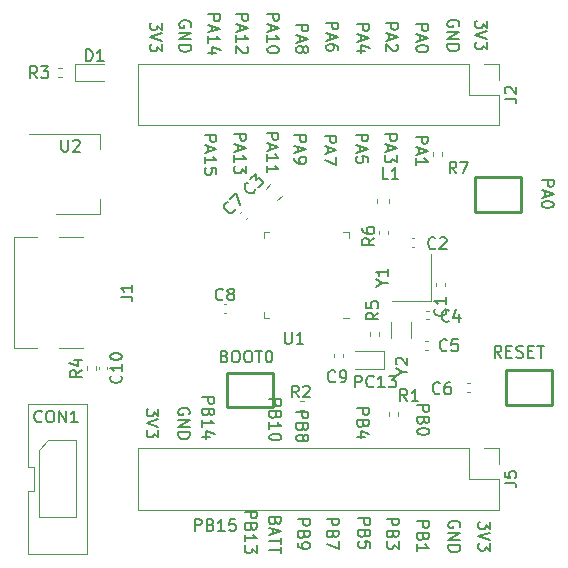
<source format=gbr>
G04 #@! TF.GenerationSoftware,KiCad,Pcbnew,(5.1.10-1-10_14)*
G04 #@! TF.CreationDate,2021-08-26T00:22:11+08:00*
G04 #@! TF.ProjectId,stm32f401_devboard,73746d33-3266-4343-9031-5f646576626f,rev?*
G04 #@! TF.SameCoordinates,Original*
G04 #@! TF.FileFunction,Legend,Top*
G04 #@! TF.FilePolarity,Positive*
%FSLAX46Y46*%
G04 Gerber Fmt 4.6, Leading zero omitted, Abs format (unit mm)*
G04 Created by KiCad (PCBNEW (5.1.10-1-10_14)) date 2021-08-26 00:22:11*
%MOMM*%
%LPD*%
G01*
G04 APERTURE LIST*
%ADD10C,0.150000*%
%ADD11C,0.120000*%
%ADD12C,0.254000*%
G04 APERTURE END LIST*
D10*
X124157619Y-105561904D02*
X125157619Y-105561904D01*
X125157619Y-105942857D01*
X125110000Y-106038095D01*
X125062380Y-106085714D01*
X124967142Y-106133333D01*
X124824285Y-106133333D01*
X124729047Y-106085714D01*
X124681428Y-106038095D01*
X124633809Y-105942857D01*
X124633809Y-105561904D01*
X124681428Y-106895238D02*
X124633809Y-107038095D01*
X124586190Y-107085714D01*
X124490952Y-107133333D01*
X124348095Y-107133333D01*
X124252857Y-107085714D01*
X124205238Y-107038095D01*
X124157619Y-106942857D01*
X124157619Y-106561904D01*
X125157619Y-106561904D01*
X125157619Y-106895238D01*
X125110000Y-106990476D01*
X125062380Y-107038095D01*
X124967142Y-107085714D01*
X124871904Y-107085714D01*
X124776666Y-107038095D01*
X124729047Y-106990476D01*
X124681428Y-106895238D01*
X124681428Y-106561904D01*
X124729047Y-107704761D02*
X124776666Y-107609523D01*
X124824285Y-107561904D01*
X124919523Y-107514285D01*
X124967142Y-107514285D01*
X125062380Y-107561904D01*
X125110000Y-107609523D01*
X125157619Y-107704761D01*
X125157619Y-107895238D01*
X125110000Y-107990476D01*
X125062380Y-108038095D01*
X124967142Y-108085714D01*
X124919523Y-108085714D01*
X124824285Y-108038095D01*
X124776666Y-107990476D01*
X124729047Y-107895238D01*
X124729047Y-107704761D01*
X124681428Y-107609523D01*
X124633809Y-107561904D01*
X124538571Y-107514285D01*
X124348095Y-107514285D01*
X124252857Y-107561904D01*
X124205238Y-107609523D01*
X124157619Y-107704761D01*
X124157619Y-107895238D01*
X124205238Y-107990476D01*
X124252857Y-108038095D01*
X124348095Y-108085714D01*
X124538571Y-108085714D01*
X124633809Y-108038095D01*
X124681428Y-107990476D01*
X124729047Y-107895238D01*
X122371428Y-114860952D02*
X122323809Y-115003809D01*
X122276190Y-115051428D01*
X122180952Y-115099047D01*
X122038095Y-115099047D01*
X121942857Y-115051428D01*
X121895238Y-115003809D01*
X121847619Y-114908571D01*
X121847619Y-114527619D01*
X122847619Y-114527619D01*
X122847619Y-114860952D01*
X122800000Y-114956190D01*
X122752380Y-115003809D01*
X122657142Y-115051428D01*
X122561904Y-115051428D01*
X122466666Y-115003809D01*
X122419047Y-114956190D01*
X122371428Y-114860952D01*
X122371428Y-114527619D01*
X122133333Y-115480000D02*
X122133333Y-115956190D01*
X121847619Y-115384761D02*
X122847619Y-115718095D01*
X121847619Y-116051428D01*
X122847619Y-116241904D02*
X122847619Y-116813333D01*
X121847619Y-116527619D02*
X122847619Y-116527619D01*
X122847619Y-117003809D02*
X122847619Y-117575238D01*
X121847619Y-117289523D02*
X122847619Y-117289523D01*
X129115714Y-103522380D02*
X129115714Y-102522380D01*
X129496666Y-102522380D01*
X129591904Y-102570000D01*
X129639523Y-102617619D01*
X129687142Y-102712857D01*
X129687142Y-102855714D01*
X129639523Y-102950952D01*
X129591904Y-102998571D01*
X129496666Y-103046190D01*
X129115714Y-103046190D01*
X130687142Y-103427142D02*
X130639523Y-103474761D01*
X130496666Y-103522380D01*
X130401428Y-103522380D01*
X130258571Y-103474761D01*
X130163333Y-103379523D01*
X130115714Y-103284285D01*
X130068095Y-103093809D01*
X130068095Y-102950952D01*
X130115714Y-102760476D01*
X130163333Y-102665238D01*
X130258571Y-102570000D01*
X130401428Y-102522380D01*
X130496666Y-102522380D01*
X130639523Y-102570000D01*
X130687142Y-102617619D01*
X131639523Y-103522380D02*
X131068095Y-103522380D01*
X131353809Y-103522380D02*
X131353809Y-102522380D01*
X131258571Y-102665238D01*
X131163333Y-102760476D01*
X131068095Y-102808095D01*
X131972857Y-102522380D02*
X132591904Y-102522380D01*
X132258571Y-102903333D01*
X132401428Y-102903333D01*
X132496666Y-102950952D01*
X132544285Y-102998571D01*
X132591904Y-103093809D01*
X132591904Y-103331904D01*
X132544285Y-103427142D01*
X132496666Y-103474761D01*
X132401428Y-103522380D01*
X132115714Y-103522380D01*
X132020476Y-103474761D01*
X131972857Y-103427142D01*
X119787619Y-114035714D02*
X120787619Y-114035714D01*
X120787619Y-114416666D01*
X120740000Y-114511904D01*
X120692380Y-114559523D01*
X120597142Y-114607142D01*
X120454285Y-114607142D01*
X120359047Y-114559523D01*
X120311428Y-114511904D01*
X120263809Y-114416666D01*
X120263809Y-114035714D01*
X120311428Y-115369047D02*
X120263809Y-115511904D01*
X120216190Y-115559523D01*
X120120952Y-115607142D01*
X119978095Y-115607142D01*
X119882857Y-115559523D01*
X119835238Y-115511904D01*
X119787619Y-115416666D01*
X119787619Y-115035714D01*
X120787619Y-115035714D01*
X120787619Y-115369047D01*
X120740000Y-115464285D01*
X120692380Y-115511904D01*
X120597142Y-115559523D01*
X120501904Y-115559523D01*
X120406666Y-115511904D01*
X120359047Y-115464285D01*
X120311428Y-115369047D01*
X120311428Y-115035714D01*
X119787619Y-116559523D02*
X119787619Y-115988095D01*
X119787619Y-116273809D02*
X120787619Y-116273809D01*
X120644761Y-116178571D01*
X120549523Y-116083333D01*
X120501904Y-115988095D01*
X120787619Y-116892857D02*
X120787619Y-117511904D01*
X120406666Y-117178571D01*
X120406666Y-117321428D01*
X120359047Y-117416666D01*
X120311428Y-117464285D01*
X120216190Y-117511904D01*
X119978095Y-117511904D01*
X119882857Y-117464285D01*
X119835238Y-117416666D01*
X119787619Y-117321428D01*
X119787619Y-117035714D01*
X119835238Y-116940476D01*
X119882857Y-116892857D01*
X126717619Y-114641904D02*
X127717619Y-114641904D01*
X127717619Y-115022857D01*
X127670000Y-115118095D01*
X127622380Y-115165714D01*
X127527142Y-115213333D01*
X127384285Y-115213333D01*
X127289047Y-115165714D01*
X127241428Y-115118095D01*
X127193809Y-115022857D01*
X127193809Y-114641904D01*
X127241428Y-115975238D02*
X127193809Y-116118095D01*
X127146190Y-116165714D01*
X127050952Y-116213333D01*
X126908095Y-116213333D01*
X126812857Y-116165714D01*
X126765238Y-116118095D01*
X126717619Y-116022857D01*
X126717619Y-115641904D01*
X127717619Y-115641904D01*
X127717619Y-115975238D01*
X127670000Y-116070476D01*
X127622380Y-116118095D01*
X127527142Y-116165714D01*
X127431904Y-116165714D01*
X127336666Y-116118095D01*
X127289047Y-116070476D01*
X127241428Y-115975238D01*
X127241428Y-115641904D01*
X127717619Y-116546666D02*
X127717619Y-117213333D01*
X126717619Y-116784761D01*
X131797619Y-114641904D02*
X132797619Y-114641904D01*
X132797619Y-115022857D01*
X132750000Y-115118095D01*
X132702380Y-115165714D01*
X132607142Y-115213333D01*
X132464285Y-115213333D01*
X132369047Y-115165714D01*
X132321428Y-115118095D01*
X132273809Y-115022857D01*
X132273809Y-114641904D01*
X132321428Y-115975238D02*
X132273809Y-116118095D01*
X132226190Y-116165714D01*
X132130952Y-116213333D01*
X131988095Y-116213333D01*
X131892857Y-116165714D01*
X131845238Y-116118095D01*
X131797619Y-116022857D01*
X131797619Y-115641904D01*
X132797619Y-115641904D01*
X132797619Y-115975238D01*
X132750000Y-116070476D01*
X132702380Y-116118095D01*
X132607142Y-116165714D01*
X132511904Y-116165714D01*
X132416666Y-116118095D01*
X132369047Y-116070476D01*
X132321428Y-115975238D01*
X132321428Y-115641904D01*
X132797619Y-116546666D02*
X132797619Y-117165714D01*
X132416666Y-116832380D01*
X132416666Y-116975238D01*
X132369047Y-117070476D01*
X132321428Y-117118095D01*
X132226190Y-117165714D01*
X131988095Y-117165714D01*
X131892857Y-117118095D01*
X131845238Y-117070476D01*
X131797619Y-116975238D01*
X131797619Y-116689523D01*
X131845238Y-116594285D01*
X131892857Y-116546666D01*
X116377619Y-82167142D02*
X117377619Y-82167142D01*
X117377619Y-82548095D01*
X117330000Y-82643333D01*
X117282380Y-82690952D01*
X117187142Y-82738571D01*
X117044285Y-82738571D01*
X116949047Y-82690952D01*
X116901428Y-82643333D01*
X116853809Y-82548095D01*
X116853809Y-82167142D01*
X116663333Y-83119523D02*
X116663333Y-83595714D01*
X116377619Y-83024285D02*
X117377619Y-83357619D01*
X116377619Y-83690952D01*
X116377619Y-84548095D02*
X116377619Y-83976666D01*
X116377619Y-84262380D02*
X117377619Y-84262380D01*
X117234761Y-84167142D01*
X117139523Y-84071904D01*
X117091904Y-83976666D01*
X117377619Y-85452857D02*
X117377619Y-84976666D01*
X116901428Y-84929047D01*
X116949047Y-84976666D01*
X116996666Y-85071904D01*
X116996666Y-85310000D01*
X116949047Y-85405238D01*
X116901428Y-85452857D01*
X116806190Y-85500476D01*
X116568095Y-85500476D01*
X116472857Y-85452857D01*
X116425238Y-85405238D01*
X116377619Y-85310000D01*
X116377619Y-85071904D01*
X116425238Y-84976666D01*
X116472857Y-84929047D01*
X118897619Y-82047142D02*
X119897619Y-82047142D01*
X119897619Y-82428095D01*
X119850000Y-82523333D01*
X119802380Y-82570952D01*
X119707142Y-82618571D01*
X119564285Y-82618571D01*
X119469047Y-82570952D01*
X119421428Y-82523333D01*
X119373809Y-82428095D01*
X119373809Y-82047142D01*
X119183333Y-82999523D02*
X119183333Y-83475714D01*
X118897619Y-82904285D02*
X119897619Y-83237619D01*
X118897619Y-83570952D01*
X118897619Y-84428095D02*
X118897619Y-83856666D01*
X118897619Y-84142380D02*
X119897619Y-84142380D01*
X119754761Y-84047142D01*
X119659523Y-83951904D01*
X119611904Y-83856666D01*
X119897619Y-84761428D02*
X119897619Y-85380476D01*
X119516666Y-85047142D01*
X119516666Y-85190000D01*
X119469047Y-85285238D01*
X119421428Y-85332857D01*
X119326190Y-85380476D01*
X119088095Y-85380476D01*
X118992857Y-85332857D01*
X118945238Y-85285238D01*
X118897619Y-85190000D01*
X118897619Y-84904285D01*
X118945238Y-84809047D01*
X118992857Y-84761428D01*
X121627619Y-81977142D02*
X122627619Y-81977142D01*
X122627619Y-82358095D01*
X122580000Y-82453333D01*
X122532380Y-82500952D01*
X122437142Y-82548571D01*
X122294285Y-82548571D01*
X122199047Y-82500952D01*
X122151428Y-82453333D01*
X122103809Y-82358095D01*
X122103809Y-81977142D01*
X121913333Y-82929523D02*
X121913333Y-83405714D01*
X121627619Y-82834285D02*
X122627619Y-83167619D01*
X121627619Y-83500952D01*
X121627619Y-84358095D02*
X121627619Y-83786666D01*
X121627619Y-84072380D02*
X122627619Y-84072380D01*
X122484761Y-83977142D01*
X122389523Y-83881904D01*
X122341904Y-83786666D01*
X121627619Y-85310476D02*
X121627619Y-84739047D01*
X121627619Y-85024761D02*
X122627619Y-85024761D01*
X122484761Y-84929523D01*
X122389523Y-84834285D01*
X122341904Y-84739047D01*
X123987619Y-82183333D02*
X124987619Y-82183333D01*
X124987619Y-82564285D01*
X124940000Y-82659523D01*
X124892380Y-82707142D01*
X124797142Y-82754761D01*
X124654285Y-82754761D01*
X124559047Y-82707142D01*
X124511428Y-82659523D01*
X124463809Y-82564285D01*
X124463809Y-82183333D01*
X124273333Y-83135714D02*
X124273333Y-83611904D01*
X123987619Y-83040476D02*
X124987619Y-83373809D01*
X123987619Y-83707142D01*
X123987619Y-84088095D02*
X123987619Y-84278571D01*
X124035238Y-84373809D01*
X124082857Y-84421428D01*
X124225714Y-84516666D01*
X124416190Y-84564285D01*
X124797142Y-84564285D01*
X124892380Y-84516666D01*
X124940000Y-84469047D01*
X124987619Y-84373809D01*
X124987619Y-84183333D01*
X124940000Y-84088095D01*
X124892380Y-84040476D01*
X124797142Y-83992857D01*
X124559047Y-83992857D01*
X124463809Y-84040476D01*
X124416190Y-84088095D01*
X124368571Y-84183333D01*
X124368571Y-84373809D01*
X124416190Y-84469047D01*
X124463809Y-84516666D01*
X124559047Y-84564285D01*
X126537619Y-82243333D02*
X127537619Y-82243333D01*
X127537619Y-82624285D01*
X127490000Y-82719523D01*
X127442380Y-82767142D01*
X127347142Y-82814761D01*
X127204285Y-82814761D01*
X127109047Y-82767142D01*
X127061428Y-82719523D01*
X127013809Y-82624285D01*
X127013809Y-82243333D01*
X126823333Y-83195714D02*
X126823333Y-83671904D01*
X126537619Y-83100476D02*
X127537619Y-83433809D01*
X126537619Y-83767142D01*
X127537619Y-84005238D02*
X127537619Y-84671904D01*
X126537619Y-84243333D01*
X129207619Y-82123333D02*
X130207619Y-82123333D01*
X130207619Y-82504285D01*
X130160000Y-82599523D01*
X130112380Y-82647142D01*
X130017142Y-82694761D01*
X129874285Y-82694761D01*
X129779047Y-82647142D01*
X129731428Y-82599523D01*
X129683809Y-82504285D01*
X129683809Y-82123333D01*
X129493333Y-83075714D02*
X129493333Y-83551904D01*
X129207619Y-82980476D02*
X130207619Y-83313809D01*
X129207619Y-83647142D01*
X130207619Y-84456666D02*
X130207619Y-83980476D01*
X129731428Y-83932857D01*
X129779047Y-83980476D01*
X129826666Y-84075714D01*
X129826666Y-84313809D01*
X129779047Y-84409047D01*
X129731428Y-84456666D01*
X129636190Y-84504285D01*
X129398095Y-84504285D01*
X129302857Y-84456666D01*
X129255238Y-84409047D01*
X129207619Y-84313809D01*
X129207619Y-84075714D01*
X129255238Y-83980476D01*
X129302857Y-83932857D01*
X131627619Y-82093333D02*
X132627619Y-82093333D01*
X132627619Y-82474285D01*
X132580000Y-82569523D01*
X132532380Y-82617142D01*
X132437142Y-82664761D01*
X132294285Y-82664761D01*
X132199047Y-82617142D01*
X132151428Y-82569523D01*
X132103809Y-82474285D01*
X132103809Y-82093333D01*
X131913333Y-83045714D02*
X131913333Y-83521904D01*
X131627619Y-82950476D02*
X132627619Y-83283809D01*
X131627619Y-83617142D01*
X132627619Y-83855238D02*
X132627619Y-84474285D01*
X132246666Y-84140952D01*
X132246666Y-84283809D01*
X132199047Y-84379047D01*
X132151428Y-84426666D01*
X132056190Y-84474285D01*
X131818095Y-84474285D01*
X131722857Y-84426666D01*
X131675238Y-84379047D01*
X131627619Y-84283809D01*
X131627619Y-83998095D01*
X131675238Y-83902857D01*
X131722857Y-83855238D01*
X134267619Y-82303333D02*
X135267619Y-82303333D01*
X135267619Y-82684285D01*
X135220000Y-82779523D01*
X135172380Y-82827142D01*
X135077142Y-82874761D01*
X134934285Y-82874761D01*
X134839047Y-82827142D01*
X134791428Y-82779523D01*
X134743809Y-82684285D01*
X134743809Y-82303333D01*
X134553333Y-83255714D02*
X134553333Y-83731904D01*
X134267619Y-83160476D02*
X135267619Y-83493809D01*
X134267619Y-83827142D01*
X134267619Y-84684285D02*
X134267619Y-84112857D01*
X134267619Y-84398571D02*
X135267619Y-84398571D01*
X135124761Y-84303333D01*
X135029523Y-84208095D01*
X134981904Y-84112857D01*
X131717619Y-72693333D02*
X132717619Y-72693333D01*
X132717619Y-73074285D01*
X132670000Y-73169523D01*
X132622380Y-73217142D01*
X132527142Y-73264761D01*
X132384285Y-73264761D01*
X132289047Y-73217142D01*
X132241428Y-73169523D01*
X132193809Y-73074285D01*
X132193809Y-72693333D01*
X132003333Y-73645714D02*
X132003333Y-74121904D01*
X131717619Y-73550476D02*
X132717619Y-73883809D01*
X131717619Y-74217142D01*
X132622380Y-74502857D02*
X132670000Y-74550476D01*
X132717619Y-74645714D01*
X132717619Y-74883809D01*
X132670000Y-74979047D01*
X132622380Y-75026666D01*
X132527142Y-75074285D01*
X132431904Y-75074285D01*
X132289047Y-75026666D01*
X131717619Y-74455238D01*
X131717619Y-75074285D01*
X126687619Y-72633333D02*
X127687619Y-72633333D01*
X127687619Y-73014285D01*
X127640000Y-73109523D01*
X127592380Y-73157142D01*
X127497142Y-73204761D01*
X127354285Y-73204761D01*
X127259047Y-73157142D01*
X127211428Y-73109523D01*
X127163809Y-73014285D01*
X127163809Y-72633333D01*
X126973333Y-73585714D02*
X126973333Y-74061904D01*
X126687619Y-73490476D02*
X127687619Y-73823809D01*
X126687619Y-74157142D01*
X127687619Y-74919047D02*
X127687619Y-74728571D01*
X127640000Y-74633333D01*
X127592380Y-74585714D01*
X127449523Y-74490476D01*
X127259047Y-74442857D01*
X126878095Y-74442857D01*
X126782857Y-74490476D01*
X126735238Y-74538095D01*
X126687619Y-74633333D01*
X126687619Y-74823809D01*
X126735238Y-74919047D01*
X126782857Y-74966666D01*
X126878095Y-75014285D01*
X127116190Y-75014285D01*
X127211428Y-74966666D01*
X127259047Y-74919047D01*
X127306666Y-74823809D01*
X127306666Y-74633333D01*
X127259047Y-74538095D01*
X127211428Y-74490476D01*
X127116190Y-74442857D01*
X121687619Y-71887142D02*
X122687619Y-71887142D01*
X122687619Y-72268095D01*
X122640000Y-72363333D01*
X122592380Y-72410952D01*
X122497142Y-72458571D01*
X122354285Y-72458571D01*
X122259047Y-72410952D01*
X122211428Y-72363333D01*
X122163809Y-72268095D01*
X122163809Y-71887142D01*
X121973333Y-72839523D02*
X121973333Y-73315714D01*
X121687619Y-72744285D02*
X122687619Y-73077619D01*
X121687619Y-73410952D01*
X121687619Y-74268095D02*
X121687619Y-73696666D01*
X121687619Y-73982380D02*
X122687619Y-73982380D01*
X122544761Y-73887142D01*
X122449523Y-73791904D01*
X122401904Y-73696666D01*
X122687619Y-74887142D02*
X122687619Y-74982380D01*
X122640000Y-75077619D01*
X122592380Y-75125238D01*
X122497142Y-75172857D01*
X122306666Y-75220476D01*
X122068571Y-75220476D01*
X121878095Y-75172857D01*
X121782857Y-75125238D01*
X121735238Y-75077619D01*
X121687619Y-74982380D01*
X121687619Y-74887142D01*
X121735238Y-74791904D01*
X121782857Y-74744285D01*
X121878095Y-74696666D01*
X122068571Y-74649047D01*
X122306666Y-74649047D01*
X122497142Y-74696666D01*
X122592380Y-74744285D01*
X122640000Y-74791904D01*
X122687619Y-74887142D01*
X116677619Y-71947142D02*
X117677619Y-71947142D01*
X117677619Y-72328095D01*
X117630000Y-72423333D01*
X117582380Y-72470952D01*
X117487142Y-72518571D01*
X117344285Y-72518571D01*
X117249047Y-72470952D01*
X117201428Y-72423333D01*
X117153809Y-72328095D01*
X117153809Y-71947142D01*
X116963333Y-72899523D02*
X116963333Y-73375714D01*
X116677619Y-72804285D02*
X117677619Y-73137619D01*
X116677619Y-73470952D01*
X116677619Y-74328095D02*
X116677619Y-73756666D01*
X116677619Y-74042380D02*
X117677619Y-74042380D01*
X117534761Y-73947142D01*
X117439523Y-73851904D01*
X117391904Y-73756666D01*
X117344285Y-75185238D02*
X116677619Y-75185238D01*
X117725238Y-74947142D02*
X117010952Y-74709047D01*
X117010952Y-75328095D01*
X119077619Y-71917142D02*
X120077619Y-71917142D01*
X120077619Y-72298095D01*
X120030000Y-72393333D01*
X119982380Y-72440952D01*
X119887142Y-72488571D01*
X119744285Y-72488571D01*
X119649047Y-72440952D01*
X119601428Y-72393333D01*
X119553809Y-72298095D01*
X119553809Y-71917142D01*
X119363333Y-72869523D02*
X119363333Y-73345714D01*
X119077619Y-72774285D02*
X120077619Y-73107619D01*
X119077619Y-73440952D01*
X119077619Y-74298095D02*
X119077619Y-73726666D01*
X119077619Y-74012380D02*
X120077619Y-74012380D01*
X119934761Y-73917142D01*
X119839523Y-73821904D01*
X119791904Y-73726666D01*
X119982380Y-74679047D02*
X120030000Y-74726666D01*
X120077619Y-74821904D01*
X120077619Y-75060000D01*
X120030000Y-75155238D01*
X119982380Y-75202857D01*
X119887142Y-75250476D01*
X119791904Y-75250476D01*
X119649047Y-75202857D01*
X119077619Y-74631428D01*
X119077619Y-75250476D01*
X124137619Y-72813333D02*
X125137619Y-72813333D01*
X125137619Y-73194285D01*
X125090000Y-73289523D01*
X125042380Y-73337142D01*
X124947142Y-73384761D01*
X124804285Y-73384761D01*
X124709047Y-73337142D01*
X124661428Y-73289523D01*
X124613809Y-73194285D01*
X124613809Y-72813333D01*
X124423333Y-73765714D02*
X124423333Y-74241904D01*
X124137619Y-73670476D02*
X125137619Y-74003809D01*
X124137619Y-74337142D01*
X124709047Y-74813333D02*
X124756666Y-74718095D01*
X124804285Y-74670476D01*
X124899523Y-74622857D01*
X124947142Y-74622857D01*
X125042380Y-74670476D01*
X125090000Y-74718095D01*
X125137619Y-74813333D01*
X125137619Y-75003809D01*
X125090000Y-75099047D01*
X125042380Y-75146666D01*
X124947142Y-75194285D01*
X124899523Y-75194285D01*
X124804285Y-75146666D01*
X124756666Y-75099047D01*
X124709047Y-75003809D01*
X124709047Y-74813333D01*
X124661428Y-74718095D01*
X124613809Y-74670476D01*
X124518571Y-74622857D01*
X124328095Y-74622857D01*
X124232857Y-74670476D01*
X124185238Y-74718095D01*
X124137619Y-74813333D01*
X124137619Y-75003809D01*
X124185238Y-75099047D01*
X124232857Y-75146666D01*
X124328095Y-75194285D01*
X124518571Y-75194285D01*
X124613809Y-75146666D01*
X124661428Y-75099047D01*
X124709047Y-75003809D01*
X129297619Y-72753333D02*
X130297619Y-72753333D01*
X130297619Y-73134285D01*
X130250000Y-73229523D01*
X130202380Y-73277142D01*
X130107142Y-73324761D01*
X129964285Y-73324761D01*
X129869047Y-73277142D01*
X129821428Y-73229523D01*
X129773809Y-73134285D01*
X129773809Y-72753333D01*
X129583333Y-73705714D02*
X129583333Y-74181904D01*
X129297619Y-73610476D02*
X130297619Y-73943809D01*
X129297619Y-74277142D01*
X129964285Y-75039047D02*
X129297619Y-75039047D01*
X130345238Y-74800952D02*
X129630952Y-74562857D01*
X129630952Y-75181904D01*
X134297619Y-72753333D02*
X135297619Y-72753333D01*
X135297619Y-73134285D01*
X135250000Y-73229523D01*
X135202380Y-73277142D01*
X135107142Y-73324761D01*
X134964285Y-73324761D01*
X134869047Y-73277142D01*
X134821428Y-73229523D01*
X134773809Y-73134285D01*
X134773809Y-72753333D01*
X134583333Y-73705714D02*
X134583333Y-74181904D01*
X134297619Y-73610476D02*
X135297619Y-73943809D01*
X134297619Y-74277142D01*
X135297619Y-74800952D02*
X135297619Y-74896190D01*
X135250000Y-74991428D01*
X135202380Y-75039047D01*
X135107142Y-75086666D01*
X134916666Y-75134285D01*
X134678571Y-75134285D01*
X134488095Y-75086666D01*
X134392857Y-75039047D01*
X134345238Y-74991428D01*
X134297619Y-74896190D01*
X134297619Y-74800952D01*
X134345238Y-74705714D01*
X134392857Y-74658095D01*
X134488095Y-74610476D01*
X134678571Y-74562857D01*
X134916666Y-74562857D01*
X135107142Y-74610476D01*
X135202380Y-74658095D01*
X135250000Y-74705714D01*
X135297619Y-74800952D01*
X141497619Y-101002380D02*
X141164285Y-100526190D01*
X140926190Y-101002380D02*
X140926190Y-100002380D01*
X141307142Y-100002380D01*
X141402380Y-100050000D01*
X141450000Y-100097619D01*
X141497619Y-100192857D01*
X141497619Y-100335714D01*
X141450000Y-100430952D01*
X141402380Y-100478571D01*
X141307142Y-100526190D01*
X140926190Y-100526190D01*
X141926190Y-100478571D02*
X142259523Y-100478571D01*
X142402380Y-101002380D02*
X141926190Y-101002380D01*
X141926190Y-100002380D01*
X142402380Y-100002380D01*
X142783333Y-100954761D02*
X142926190Y-101002380D01*
X143164285Y-101002380D01*
X143259523Y-100954761D01*
X143307142Y-100907142D01*
X143354761Y-100811904D01*
X143354761Y-100716666D01*
X143307142Y-100621428D01*
X143259523Y-100573809D01*
X143164285Y-100526190D01*
X142973809Y-100478571D01*
X142878571Y-100430952D01*
X142830952Y-100383333D01*
X142783333Y-100288095D01*
X142783333Y-100192857D01*
X142830952Y-100097619D01*
X142878571Y-100050000D01*
X142973809Y-100002380D01*
X143211904Y-100002380D01*
X143354761Y-100050000D01*
X143783333Y-100478571D02*
X144116666Y-100478571D01*
X144259523Y-101002380D02*
X143783333Y-101002380D01*
X143783333Y-100002380D01*
X144259523Y-100002380D01*
X144545238Y-100002380D02*
X145116666Y-100002380D01*
X144830952Y-101002380D02*
X144830952Y-100002380D01*
X144937619Y-85953333D02*
X145937619Y-85953333D01*
X145937619Y-86334285D01*
X145890000Y-86429523D01*
X145842380Y-86477142D01*
X145747142Y-86524761D01*
X145604285Y-86524761D01*
X145509047Y-86477142D01*
X145461428Y-86429523D01*
X145413809Y-86334285D01*
X145413809Y-85953333D01*
X145223333Y-86905714D02*
X145223333Y-87381904D01*
X144937619Y-86810476D02*
X145937619Y-87143809D01*
X144937619Y-87477142D01*
X145937619Y-88000952D02*
X145937619Y-88096190D01*
X145890000Y-88191428D01*
X145842380Y-88239047D01*
X145747142Y-88286666D01*
X145556666Y-88334285D01*
X145318571Y-88334285D01*
X145128095Y-88286666D01*
X145032857Y-88239047D01*
X144985238Y-88191428D01*
X144937619Y-88096190D01*
X144937619Y-88000952D01*
X144985238Y-87905714D01*
X145032857Y-87858095D01*
X145128095Y-87810476D01*
X145318571Y-87762857D01*
X145556666Y-87762857D01*
X145747142Y-87810476D01*
X145842380Y-87858095D01*
X145890000Y-87905714D01*
X145937619Y-88000952D01*
X118066666Y-100878571D02*
X118209523Y-100926190D01*
X118257142Y-100973809D01*
X118304761Y-101069047D01*
X118304761Y-101211904D01*
X118257142Y-101307142D01*
X118209523Y-101354761D01*
X118114285Y-101402380D01*
X117733333Y-101402380D01*
X117733333Y-100402380D01*
X118066666Y-100402380D01*
X118161904Y-100450000D01*
X118209523Y-100497619D01*
X118257142Y-100592857D01*
X118257142Y-100688095D01*
X118209523Y-100783333D01*
X118161904Y-100830952D01*
X118066666Y-100878571D01*
X117733333Y-100878571D01*
X118923809Y-100402380D02*
X119114285Y-100402380D01*
X119209523Y-100450000D01*
X119304761Y-100545238D01*
X119352380Y-100735714D01*
X119352380Y-101069047D01*
X119304761Y-101259523D01*
X119209523Y-101354761D01*
X119114285Y-101402380D01*
X118923809Y-101402380D01*
X118828571Y-101354761D01*
X118733333Y-101259523D01*
X118685714Y-101069047D01*
X118685714Y-100735714D01*
X118733333Y-100545238D01*
X118828571Y-100450000D01*
X118923809Y-100402380D01*
X119971428Y-100402380D02*
X120161904Y-100402380D01*
X120257142Y-100450000D01*
X120352380Y-100545238D01*
X120400000Y-100735714D01*
X120400000Y-101069047D01*
X120352380Y-101259523D01*
X120257142Y-101354761D01*
X120161904Y-101402380D01*
X119971428Y-101402380D01*
X119876190Y-101354761D01*
X119780952Y-101259523D01*
X119733333Y-101069047D01*
X119733333Y-100735714D01*
X119780952Y-100545238D01*
X119876190Y-100450000D01*
X119971428Y-100402380D01*
X120685714Y-100402380D02*
X121257142Y-100402380D01*
X120971428Y-101402380D02*
X120971428Y-100402380D01*
X121780952Y-100402380D02*
X121876190Y-100402380D01*
X121971428Y-100450000D01*
X122019047Y-100497619D01*
X122066666Y-100592857D01*
X122114285Y-100783333D01*
X122114285Y-101021428D01*
X122066666Y-101211904D01*
X122019047Y-101307142D01*
X121971428Y-101354761D01*
X121876190Y-101402380D01*
X121780952Y-101402380D01*
X121685714Y-101354761D01*
X121638095Y-101307142D01*
X121590476Y-101211904D01*
X121542857Y-101021428D01*
X121542857Y-100783333D01*
X121590476Y-100592857D01*
X121638095Y-100497619D01*
X121685714Y-100450000D01*
X121780952Y-100402380D01*
X129277619Y-105271904D02*
X130277619Y-105271904D01*
X130277619Y-105652857D01*
X130230000Y-105748095D01*
X130182380Y-105795714D01*
X130087142Y-105843333D01*
X129944285Y-105843333D01*
X129849047Y-105795714D01*
X129801428Y-105748095D01*
X129753809Y-105652857D01*
X129753809Y-105271904D01*
X129801428Y-106605238D02*
X129753809Y-106748095D01*
X129706190Y-106795714D01*
X129610952Y-106843333D01*
X129468095Y-106843333D01*
X129372857Y-106795714D01*
X129325238Y-106748095D01*
X129277619Y-106652857D01*
X129277619Y-106271904D01*
X130277619Y-106271904D01*
X130277619Y-106605238D01*
X130230000Y-106700476D01*
X130182380Y-106748095D01*
X130087142Y-106795714D01*
X129991904Y-106795714D01*
X129896666Y-106748095D01*
X129849047Y-106700476D01*
X129801428Y-106605238D01*
X129801428Y-106271904D01*
X129944285Y-107700476D02*
X129277619Y-107700476D01*
X130325238Y-107462380D02*
X129610952Y-107224285D01*
X129610952Y-107843333D01*
X121867619Y-104535714D02*
X122867619Y-104535714D01*
X122867619Y-104916666D01*
X122820000Y-105011904D01*
X122772380Y-105059523D01*
X122677142Y-105107142D01*
X122534285Y-105107142D01*
X122439047Y-105059523D01*
X122391428Y-105011904D01*
X122343809Y-104916666D01*
X122343809Y-104535714D01*
X122391428Y-105869047D02*
X122343809Y-106011904D01*
X122296190Y-106059523D01*
X122200952Y-106107142D01*
X122058095Y-106107142D01*
X121962857Y-106059523D01*
X121915238Y-106011904D01*
X121867619Y-105916666D01*
X121867619Y-105535714D01*
X122867619Y-105535714D01*
X122867619Y-105869047D01*
X122820000Y-105964285D01*
X122772380Y-106011904D01*
X122677142Y-106059523D01*
X122581904Y-106059523D01*
X122486666Y-106011904D01*
X122439047Y-105964285D01*
X122391428Y-105869047D01*
X122391428Y-105535714D01*
X121867619Y-107059523D02*
X121867619Y-106488095D01*
X121867619Y-106773809D02*
X122867619Y-106773809D01*
X122724761Y-106678571D01*
X122629523Y-106583333D01*
X122581904Y-106488095D01*
X122867619Y-107678571D02*
X122867619Y-107773809D01*
X122820000Y-107869047D01*
X122772380Y-107916666D01*
X122677142Y-107964285D01*
X122486666Y-108011904D01*
X122248571Y-108011904D01*
X122058095Y-107964285D01*
X121962857Y-107916666D01*
X121915238Y-107869047D01*
X121867619Y-107773809D01*
X121867619Y-107678571D01*
X121915238Y-107583333D01*
X121962857Y-107535714D01*
X122058095Y-107488095D01*
X122248571Y-107440476D01*
X122486666Y-107440476D01*
X122677142Y-107488095D01*
X122772380Y-107535714D01*
X122820000Y-107583333D01*
X122867619Y-107678571D01*
X129397619Y-114611904D02*
X130397619Y-114611904D01*
X130397619Y-114992857D01*
X130350000Y-115088095D01*
X130302380Y-115135714D01*
X130207142Y-115183333D01*
X130064285Y-115183333D01*
X129969047Y-115135714D01*
X129921428Y-115088095D01*
X129873809Y-114992857D01*
X129873809Y-114611904D01*
X129921428Y-115945238D02*
X129873809Y-116088095D01*
X129826190Y-116135714D01*
X129730952Y-116183333D01*
X129588095Y-116183333D01*
X129492857Y-116135714D01*
X129445238Y-116088095D01*
X129397619Y-115992857D01*
X129397619Y-115611904D01*
X130397619Y-115611904D01*
X130397619Y-115945238D01*
X130350000Y-116040476D01*
X130302380Y-116088095D01*
X130207142Y-116135714D01*
X130111904Y-116135714D01*
X130016666Y-116088095D01*
X129969047Y-116040476D01*
X129921428Y-115945238D01*
X129921428Y-115611904D01*
X130397619Y-117088095D02*
X130397619Y-116611904D01*
X129921428Y-116564285D01*
X129969047Y-116611904D01*
X130016666Y-116707142D01*
X130016666Y-116945238D01*
X129969047Y-117040476D01*
X129921428Y-117088095D01*
X129826190Y-117135714D01*
X129588095Y-117135714D01*
X129492857Y-117088095D01*
X129445238Y-117040476D01*
X129397619Y-116945238D01*
X129397619Y-116707142D01*
X129445238Y-116611904D01*
X129492857Y-116564285D01*
X124267619Y-114671904D02*
X125267619Y-114671904D01*
X125267619Y-115052857D01*
X125220000Y-115148095D01*
X125172380Y-115195714D01*
X125077142Y-115243333D01*
X124934285Y-115243333D01*
X124839047Y-115195714D01*
X124791428Y-115148095D01*
X124743809Y-115052857D01*
X124743809Y-114671904D01*
X124791428Y-116005238D02*
X124743809Y-116148095D01*
X124696190Y-116195714D01*
X124600952Y-116243333D01*
X124458095Y-116243333D01*
X124362857Y-116195714D01*
X124315238Y-116148095D01*
X124267619Y-116052857D01*
X124267619Y-115671904D01*
X125267619Y-115671904D01*
X125267619Y-116005238D01*
X125220000Y-116100476D01*
X125172380Y-116148095D01*
X125077142Y-116195714D01*
X124981904Y-116195714D01*
X124886666Y-116148095D01*
X124839047Y-116100476D01*
X124791428Y-116005238D01*
X124791428Y-115671904D01*
X124267619Y-116719523D02*
X124267619Y-116910000D01*
X124315238Y-117005238D01*
X124362857Y-117052857D01*
X124505714Y-117148095D01*
X124696190Y-117195714D01*
X125077142Y-117195714D01*
X125172380Y-117148095D01*
X125220000Y-117100476D01*
X125267619Y-117005238D01*
X125267619Y-116814761D01*
X125220000Y-116719523D01*
X125172380Y-116671904D01*
X125077142Y-116624285D01*
X124839047Y-116624285D01*
X124743809Y-116671904D01*
X124696190Y-116719523D01*
X124648571Y-116814761D01*
X124648571Y-117005238D01*
X124696190Y-117100476D01*
X124743809Y-117148095D01*
X124839047Y-117195714D01*
X115545714Y-115682380D02*
X115545714Y-114682380D01*
X115926666Y-114682380D01*
X116021904Y-114730000D01*
X116069523Y-114777619D01*
X116117142Y-114872857D01*
X116117142Y-115015714D01*
X116069523Y-115110952D01*
X116021904Y-115158571D01*
X115926666Y-115206190D01*
X115545714Y-115206190D01*
X116879047Y-115158571D02*
X117021904Y-115206190D01*
X117069523Y-115253809D01*
X117117142Y-115349047D01*
X117117142Y-115491904D01*
X117069523Y-115587142D01*
X117021904Y-115634761D01*
X116926666Y-115682380D01*
X116545714Y-115682380D01*
X116545714Y-114682380D01*
X116879047Y-114682380D01*
X116974285Y-114730000D01*
X117021904Y-114777619D01*
X117069523Y-114872857D01*
X117069523Y-114968095D01*
X117021904Y-115063333D01*
X116974285Y-115110952D01*
X116879047Y-115158571D01*
X116545714Y-115158571D01*
X118069523Y-115682380D02*
X117498095Y-115682380D01*
X117783809Y-115682380D02*
X117783809Y-114682380D01*
X117688571Y-114825238D01*
X117593333Y-114920476D01*
X117498095Y-114968095D01*
X118974285Y-114682380D02*
X118498095Y-114682380D01*
X118450476Y-115158571D01*
X118498095Y-115110952D01*
X118593333Y-115063333D01*
X118831428Y-115063333D01*
X118926666Y-115110952D01*
X118974285Y-115158571D01*
X119021904Y-115253809D01*
X119021904Y-115491904D01*
X118974285Y-115587142D01*
X118926666Y-115634761D01*
X118831428Y-115682380D01*
X118593333Y-115682380D01*
X118498095Y-115634761D01*
X118450476Y-115587142D01*
X116187619Y-104325714D02*
X117187619Y-104325714D01*
X117187619Y-104706666D01*
X117140000Y-104801904D01*
X117092380Y-104849523D01*
X116997142Y-104897142D01*
X116854285Y-104897142D01*
X116759047Y-104849523D01*
X116711428Y-104801904D01*
X116663809Y-104706666D01*
X116663809Y-104325714D01*
X116711428Y-105659047D02*
X116663809Y-105801904D01*
X116616190Y-105849523D01*
X116520952Y-105897142D01*
X116378095Y-105897142D01*
X116282857Y-105849523D01*
X116235238Y-105801904D01*
X116187619Y-105706666D01*
X116187619Y-105325714D01*
X117187619Y-105325714D01*
X117187619Y-105659047D01*
X117140000Y-105754285D01*
X117092380Y-105801904D01*
X116997142Y-105849523D01*
X116901904Y-105849523D01*
X116806666Y-105801904D01*
X116759047Y-105754285D01*
X116711428Y-105659047D01*
X116711428Y-105325714D01*
X116187619Y-106849523D02*
X116187619Y-106278095D01*
X116187619Y-106563809D02*
X117187619Y-106563809D01*
X117044761Y-106468571D01*
X116949523Y-106373333D01*
X116901904Y-106278095D01*
X116854285Y-107706666D02*
X116187619Y-107706666D01*
X117235238Y-107468571D02*
X116520952Y-107230476D01*
X116520952Y-107849523D01*
X134357619Y-114851904D02*
X135357619Y-114851904D01*
X135357619Y-115232857D01*
X135310000Y-115328095D01*
X135262380Y-115375714D01*
X135167142Y-115423333D01*
X135024285Y-115423333D01*
X134929047Y-115375714D01*
X134881428Y-115328095D01*
X134833809Y-115232857D01*
X134833809Y-114851904D01*
X134881428Y-116185238D02*
X134833809Y-116328095D01*
X134786190Y-116375714D01*
X134690952Y-116423333D01*
X134548095Y-116423333D01*
X134452857Y-116375714D01*
X134405238Y-116328095D01*
X134357619Y-116232857D01*
X134357619Y-115851904D01*
X135357619Y-115851904D01*
X135357619Y-116185238D01*
X135310000Y-116280476D01*
X135262380Y-116328095D01*
X135167142Y-116375714D01*
X135071904Y-116375714D01*
X134976666Y-116328095D01*
X134929047Y-116280476D01*
X134881428Y-116185238D01*
X134881428Y-115851904D01*
X134357619Y-117375714D02*
X134357619Y-116804285D01*
X134357619Y-117090000D02*
X135357619Y-117090000D01*
X135214761Y-116994761D01*
X135119523Y-116899523D01*
X135071904Y-116804285D01*
X134387619Y-105011904D02*
X135387619Y-105011904D01*
X135387619Y-105392857D01*
X135340000Y-105488095D01*
X135292380Y-105535714D01*
X135197142Y-105583333D01*
X135054285Y-105583333D01*
X134959047Y-105535714D01*
X134911428Y-105488095D01*
X134863809Y-105392857D01*
X134863809Y-105011904D01*
X134911428Y-106345238D02*
X134863809Y-106488095D01*
X134816190Y-106535714D01*
X134720952Y-106583333D01*
X134578095Y-106583333D01*
X134482857Y-106535714D01*
X134435238Y-106488095D01*
X134387619Y-106392857D01*
X134387619Y-106011904D01*
X135387619Y-106011904D01*
X135387619Y-106345238D01*
X135340000Y-106440476D01*
X135292380Y-106488095D01*
X135197142Y-106535714D01*
X135101904Y-106535714D01*
X135006666Y-106488095D01*
X134959047Y-106440476D01*
X134911428Y-106345238D01*
X134911428Y-106011904D01*
X135387619Y-107202380D02*
X135387619Y-107297619D01*
X135340000Y-107392857D01*
X135292380Y-107440476D01*
X135197142Y-107488095D01*
X135006666Y-107535714D01*
X134768571Y-107535714D01*
X134578095Y-107488095D01*
X134482857Y-107440476D01*
X134435238Y-107392857D01*
X134387619Y-107297619D01*
X134387619Y-107202380D01*
X134435238Y-107107142D01*
X134482857Y-107059523D01*
X134578095Y-107011904D01*
X134768571Y-106964285D01*
X135006666Y-106964285D01*
X135197142Y-107011904D01*
X135292380Y-107059523D01*
X135340000Y-107107142D01*
X135387619Y-107202380D01*
X115090000Y-105808095D02*
X115137619Y-105712857D01*
X115137619Y-105570000D01*
X115090000Y-105427142D01*
X114994761Y-105331904D01*
X114899523Y-105284285D01*
X114709047Y-105236666D01*
X114566190Y-105236666D01*
X114375714Y-105284285D01*
X114280476Y-105331904D01*
X114185238Y-105427142D01*
X114137619Y-105570000D01*
X114137619Y-105665238D01*
X114185238Y-105808095D01*
X114232857Y-105855714D01*
X114566190Y-105855714D01*
X114566190Y-105665238D01*
X114137619Y-106284285D02*
X115137619Y-106284285D01*
X114137619Y-106855714D01*
X115137619Y-106855714D01*
X114137619Y-107331904D02*
X115137619Y-107331904D01*
X115137619Y-107570000D01*
X115090000Y-107712857D01*
X114994761Y-107808095D01*
X114899523Y-107855714D01*
X114709047Y-107903333D01*
X114566190Y-107903333D01*
X114375714Y-107855714D01*
X114280476Y-107808095D01*
X114185238Y-107712857D01*
X114137619Y-107570000D01*
X114137619Y-107331904D01*
X137970000Y-115368095D02*
X138017619Y-115272857D01*
X138017619Y-115130000D01*
X137970000Y-114987142D01*
X137874761Y-114891904D01*
X137779523Y-114844285D01*
X137589047Y-114796666D01*
X137446190Y-114796666D01*
X137255714Y-114844285D01*
X137160476Y-114891904D01*
X137065238Y-114987142D01*
X137017619Y-115130000D01*
X137017619Y-115225238D01*
X137065238Y-115368095D01*
X137112857Y-115415714D01*
X137446190Y-115415714D01*
X137446190Y-115225238D01*
X137017619Y-115844285D02*
X138017619Y-115844285D01*
X137017619Y-116415714D01*
X138017619Y-116415714D01*
X137017619Y-116891904D02*
X138017619Y-116891904D01*
X138017619Y-117130000D01*
X137970000Y-117272857D01*
X137874761Y-117368095D01*
X137779523Y-117415714D01*
X137589047Y-117463333D01*
X137446190Y-117463333D01*
X137255714Y-117415714D01*
X137160476Y-117368095D01*
X137065238Y-117272857D01*
X137017619Y-117130000D01*
X137017619Y-116891904D01*
X112467619Y-105331904D02*
X112467619Y-105950952D01*
X112086666Y-105617619D01*
X112086666Y-105760476D01*
X112039047Y-105855714D01*
X111991428Y-105903333D01*
X111896190Y-105950952D01*
X111658095Y-105950952D01*
X111562857Y-105903333D01*
X111515238Y-105855714D01*
X111467619Y-105760476D01*
X111467619Y-105474761D01*
X111515238Y-105379523D01*
X111562857Y-105331904D01*
X112467619Y-106236666D02*
X111467619Y-106570000D01*
X112467619Y-106903333D01*
X112467619Y-107141428D02*
X112467619Y-107760476D01*
X112086666Y-107427142D01*
X112086666Y-107570000D01*
X112039047Y-107665238D01*
X111991428Y-107712857D01*
X111896190Y-107760476D01*
X111658095Y-107760476D01*
X111562857Y-107712857D01*
X111515238Y-107665238D01*
X111467619Y-107570000D01*
X111467619Y-107284285D01*
X111515238Y-107189047D01*
X111562857Y-107141428D01*
X140557619Y-114901904D02*
X140557619Y-115520952D01*
X140176666Y-115187619D01*
X140176666Y-115330476D01*
X140129047Y-115425714D01*
X140081428Y-115473333D01*
X139986190Y-115520952D01*
X139748095Y-115520952D01*
X139652857Y-115473333D01*
X139605238Y-115425714D01*
X139557619Y-115330476D01*
X139557619Y-115044761D01*
X139605238Y-114949523D01*
X139652857Y-114901904D01*
X140557619Y-115806666D02*
X139557619Y-116140000D01*
X140557619Y-116473333D01*
X140557619Y-116711428D02*
X140557619Y-117330476D01*
X140176666Y-116997142D01*
X140176666Y-117140000D01*
X140129047Y-117235238D01*
X140081428Y-117282857D01*
X139986190Y-117330476D01*
X139748095Y-117330476D01*
X139652857Y-117282857D01*
X139605238Y-117235238D01*
X139557619Y-117140000D01*
X139557619Y-116854285D01*
X139605238Y-116759047D01*
X139652857Y-116711428D01*
X112767619Y-72631904D02*
X112767619Y-73250952D01*
X112386666Y-72917619D01*
X112386666Y-73060476D01*
X112339047Y-73155714D01*
X112291428Y-73203333D01*
X112196190Y-73250952D01*
X111958095Y-73250952D01*
X111862857Y-73203333D01*
X111815238Y-73155714D01*
X111767619Y-73060476D01*
X111767619Y-72774761D01*
X111815238Y-72679523D01*
X111862857Y-72631904D01*
X112767619Y-73536666D02*
X111767619Y-73870000D01*
X112767619Y-74203333D01*
X112767619Y-74441428D02*
X112767619Y-75060476D01*
X112386666Y-74727142D01*
X112386666Y-74870000D01*
X112339047Y-74965238D01*
X112291428Y-75012857D01*
X112196190Y-75060476D01*
X111958095Y-75060476D01*
X111862857Y-75012857D01*
X111815238Y-74965238D01*
X111767619Y-74870000D01*
X111767619Y-74584285D01*
X111815238Y-74489047D01*
X111862857Y-74441428D01*
X115190000Y-73008095D02*
X115237619Y-72912857D01*
X115237619Y-72770000D01*
X115190000Y-72627142D01*
X115094761Y-72531904D01*
X114999523Y-72484285D01*
X114809047Y-72436666D01*
X114666190Y-72436666D01*
X114475714Y-72484285D01*
X114380476Y-72531904D01*
X114285238Y-72627142D01*
X114237619Y-72770000D01*
X114237619Y-72865238D01*
X114285238Y-73008095D01*
X114332857Y-73055714D01*
X114666190Y-73055714D01*
X114666190Y-72865238D01*
X114237619Y-73484285D02*
X115237619Y-73484285D01*
X114237619Y-74055714D01*
X115237619Y-74055714D01*
X114237619Y-74531904D02*
X115237619Y-74531904D01*
X115237619Y-74770000D01*
X115190000Y-74912857D01*
X115094761Y-75008095D01*
X114999523Y-75055714D01*
X114809047Y-75103333D01*
X114666190Y-75103333D01*
X114475714Y-75055714D01*
X114380476Y-75008095D01*
X114285238Y-74912857D01*
X114237619Y-74770000D01*
X114237619Y-74531904D01*
X140307619Y-72481904D02*
X140307619Y-73100952D01*
X139926666Y-72767619D01*
X139926666Y-72910476D01*
X139879047Y-73005714D01*
X139831428Y-73053333D01*
X139736190Y-73100952D01*
X139498095Y-73100952D01*
X139402857Y-73053333D01*
X139355238Y-73005714D01*
X139307619Y-72910476D01*
X139307619Y-72624761D01*
X139355238Y-72529523D01*
X139402857Y-72481904D01*
X140307619Y-73386666D02*
X139307619Y-73720000D01*
X140307619Y-74053333D01*
X140307619Y-74291428D02*
X140307619Y-74910476D01*
X139926666Y-74577142D01*
X139926666Y-74720000D01*
X139879047Y-74815238D01*
X139831428Y-74862857D01*
X139736190Y-74910476D01*
X139498095Y-74910476D01*
X139402857Y-74862857D01*
X139355238Y-74815238D01*
X139307619Y-74720000D01*
X139307619Y-74434285D01*
X139355238Y-74339047D01*
X139402857Y-74291428D01*
X137890000Y-72958095D02*
X137937619Y-72862857D01*
X137937619Y-72720000D01*
X137890000Y-72577142D01*
X137794761Y-72481904D01*
X137699523Y-72434285D01*
X137509047Y-72386666D01*
X137366190Y-72386666D01*
X137175714Y-72434285D01*
X137080476Y-72481904D01*
X136985238Y-72577142D01*
X136937619Y-72720000D01*
X136937619Y-72815238D01*
X136985238Y-72958095D01*
X137032857Y-73005714D01*
X137366190Y-73005714D01*
X137366190Y-72815238D01*
X136937619Y-73434285D02*
X137937619Y-73434285D01*
X136937619Y-74005714D01*
X137937619Y-74005714D01*
X136937619Y-74481904D02*
X137937619Y-74481904D01*
X137937619Y-74720000D01*
X137890000Y-74862857D01*
X137794761Y-74958095D01*
X137699523Y-75005714D01*
X137509047Y-75053333D01*
X137366190Y-75053333D01*
X137175714Y-75005714D01*
X137080476Y-74958095D01*
X136985238Y-74862857D01*
X136937619Y-74720000D01*
X136937619Y-74481904D01*
D11*
X107140000Y-101736359D02*
X107140000Y-102043641D01*
X106380000Y-101736359D02*
X106380000Y-102043641D01*
X108130000Y-101782164D02*
X108130000Y-101997836D01*
X107410000Y-101782164D02*
X107410000Y-101997836D01*
X131570000Y-100465000D02*
X129110000Y-100465000D01*
X131570000Y-101935000D02*
X131570000Y-100465000D01*
X129110000Y-101935000D02*
X131570000Y-101935000D01*
X105400000Y-77615000D02*
X107860000Y-77615000D01*
X105400000Y-76145000D02*
X105400000Y-77615000D01*
X107860000Y-76145000D02*
X105400000Y-76145000D01*
X128090000Y-100945835D02*
X128090000Y-100714165D01*
X127370000Y-100945835D02*
X127370000Y-100714165D01*
X117984165Y-97220000D02*
X118215835Y-97220000D01*
X117984165Y-96500000D02*
X118215835Y-96500000D01*
X119517349Y-88553534D02*
X119353534Y-88717349D01*
X120026466Y-89062651D02*
X119862651Y-89226466D01*
X141330000Y-108670000D02*
X141330000Y-110000000D01*
X140000000Y-108670000D02*
X141330000Y-108670000D01*
X141330000Y-111270000D02*
X141330000Y-113870000D01*
X138730000Y-111270000D02*
X141330000Y-111270000D01*
X138730000Y-108670000D02*
X138730000Y-111270000D01*
X141330000Y-113870000D02*
X110730000Y-113870000D01*
X138730000Y-108670000D02*
X110730000Y-108670000D01*
X110730000Y-108670000D02*
X110730000Y-113870000D01*
X141330000Y-76130000D02*
X141330000Y-77460000D01*
X140000000Y-76130000D02*
X141330000Y-76130000D01*
X141330000Y-78730000D02*
X141330000Y-81330000D01*
X138730000Y-78730000D02*
X141330000Y-78730000D01*
X138730000Y-76130000D02*
X138730000Y-78730000D01*
X141330000Y-81330000D02*
X110730000Y-81330000D01*
X138730000Y-76130000D02*
X110730000Y-76130000D01*
X110730000Y-76130000D02*
X110730000Y-81330000D01*
X138594165Y-103890000D02*
X138825835Y-103890000D01*
X138594165Y-103170000D02*
X138825835Y-103170000D01*
X135530000Y-96200000D02*
X135530000Y-92200000D01*
X132230000Y-96200000D02*
X135530000Y-96200000D01*
X102160000Y-90800000D02*
X100260000Y-90800000D01*
X106060000Y-90800000D02*
X104060000Y-90800000D01*
X102160000Y-100200000D02*
X100260000Y-100200000D01*
X106060000Y-100200000D02*
X104060000Y-100200000D01*
X100260000Y-90800000D02*
X100260000Y-100200000D01*
X107560000Y-88870000D02*
X107560000Y-87610000D01*
X107560000Y-82050000D02*
X107560000Y-83310000D01*
X103800000Y-88870000D02*
X107560000Y-88870000D01*
X101550000Y-82050000D02*
X107560000Y-82050000D01*
D12*
X121075726Y-102300008D02*
X119375704Y-102300008D01*
X122169958Y-102310168D02*
X122169958Y-105210086D01*
X118270042Y-102310168D02*
X122169958Y-102310168D01*
X118270042Y-105210086D02*
X118270042Y-102310168D01*
X122169958Y-105210086D02*
X118270042Y-105210086D01*
X140374274Y-88649992D02*
X142074296Y-88649992D01*
X139280042Y-88639832D02*
X139280042Y-85739914D01*
X143179958Y-88639832D02*
X139280042Y-88639832D01*
X143179958Y-85739914D02*
X143179958Y-88639832D01*
X139280042Y-85739914D02*
X143179958Y-85739914D01*
D11*
X136490000Y-83626359D02*
X136490000Y-83933641D01*
X135730000Y-83626359D02*
X135730000Y-83933641D01*
X131130000Y-90573641D02*
X131130000Y-90266359D01*
X131890000Y-90573641D02*
X131890000Y-90266359D01*
X130400000Y-99153641D02*
X130400000Y-98846359D01*
X131160000Y-99153641D02*
X131160000Y-98846359D01*
X104313641Y-77250000D02*
X104006359Y-77250000D01*
X104313641Y-76490000D02*
X104006359Y-76490000D01*
X124456359Y-104670000D02*
X124763641Y-104670000D01*
X124456359Y-105430000D02*
X124763641Y-105430000D01*
X131970000Y-105943641D02*
X131970000Y-105636359D01*
X132730000Y-105943641D02*
X132730000Y-105636359D01*
X135267836Y-100350000D02*
X135052164Y-100350000D01*
X135267836Y-99630000D02*
X135052164Y-99630000D01*
X135377836Y-97750000D02*
X135162164Y-97750000D01*
X135377836Y-97030000D02*
X135162164Y-97030000D01*
X134147836Y-91610000D02*
X133932164Y-91610000D01*
X134147836Y-90890000D02*
X133932164Y-90890000D01*
X136730000Y-94682164D02*
X136730000Y-94897836D01*
X136010000Y-94682164D02*
X136010000Y-94897836D01*
X132020000Y-87598733D02*
X132020000Y-87941267D01*
X131000000Y-87598733D02*
X131000000Y-87941267D01*
D12*
X143004274Y-104989992D02*
X144704296Y-104989992D01*
X141910042Y-104979832D02*
X141910042Y-102079914D01*
X145809958Y-104979832D02*
X141910042Y-104979832D01*
X145809958Y-102079914D02*
X145809958Y-104979832D01*
X141910042Y-102079914D02*
X145809958Y-102079914D01*
D11*
X133875000Y-99375000D02*
X133875000Y-98025000D01*
X132125000Y-99375000D02*
X132125000Y-98025000D01*
X102370000Y-108830000D02*
X103140000Y-108000000D01*
X102370000Y-108840000D02*
X102330000Y-114505000D01*
X104857530Y-114505000D02*
X105500000Y-114505000D01*
X102330000Y-114505000D02*
X104880000Y-114500000D01*
X105500000Y-109365000D02*
X105500000Y-114505000D01*
X105500000Y-108770000D02*
X105500000Y-109365000D01*
X105500000Y-107970000D02*
X105500000Y-108730000D01*
X103170000Y-107970000D02*
X105500000Y-107970000D01*
X101450000Y-104955000D02*
X106450000Y-104955000D01*
X106450000Y-104955000D02*
X106450000Y-117605000D01*
X106450000Y-117605000D02*
X101450000Y-117605000D01*
X101450000Y-117605000D02*
X101450000Y-112280000D01*
X101450000Y-112280000D02*
X101950000Y-112280000D01*
X101950000Y-112280000D02*
X101950000Y-110280000D01*
X101950000Y-110280000D02*
X101450000Y-110280000D01*
X101450000Y-110280000D02*
X101450000Y-104955000D01*
X121865000Y-97610000D02*
X121390000Y-97610000D01*
X121390000Y-97610000D02*
X121390000Y-97135000D01*
X128135000Y-90390000D02*
X128610000Y-90390000D01*
X128610000Y-90390000D02*
X128610000Y-90865000D01*
X121865000Y-90390000D02*
X121390000Y-90390000D01*
X121390000Y-90390000D02*
X121390000Y-90865000D01*
X128135000Y-97610000D02*
X128610000Y-97610000D01*
X122537313Y-87696779D02*
X122906779Y-87327313D01*
X121533221Y-86692687D02*
X121902687Y-86323221D01*
D10*
X105972380Y-102076666D02*
X105496190Y-102410000D01*
X105972380Y-102648095D02*
X104972380Y-102648095D01*
X104972380Y-102267142D01*
X105020000Y-102171904D01*
X105067619Y-102124285D01*
X105162857Y-102076666D01*
X105305714Y-102076666D01*
X105400952Y-102124285D01*
X105448571Y-102171904D01*
X105496190Y-102267142D01*
X105496190Y-102648095D01*
X105305714Y-101219523D02*
X105972380Y-101219523D01*
X104924761Y-101457619D02*
X105639047Y-101695714D01*
X105639047Y-101076666D01*
X109287142Y-102532857D02*
X109334761Y-102580476D01*
X109382380Y-102723333D01*
X109382380Y-102818571D01*
X109334761Y-102961428D01*
X109239523Y-103056666D01*
X109144285Y-103104285D01*
X108953809Y-103151904D01*
X108810952Y-103151904D01*
X108620476Y-103104285D01*
X108525238Y-103056666D01*
X108430000Y-102961428D01*
X108382380Y-102818571D01*
X108382380Y-102723333D01*
X108430000Y-102580476D01*
X108477619Y-102532857D01*
X109382380Y-101580476D02*
X109382380Y-102151904D01*
X109382380Y-101866190D02*
X108382380Y-101866190D01*
X108525238Y-101961428D01*
X108620476Y-102056666D01*
X108668095Y-102151904D01*
X108382380Y-100961428D02*
X108382380Y-100866190D01*
X108430000Y-100770952D01*
X108477619Y-100723333D01*
X108572857Y-100675714D01*
X108763333Y-100628095D01*
X109001428Y-100628095D01*
X109191904Y-100675714D01*
X109287142Y-100723333D01*
X109334761Y-100770952D01*
X109382380Y-100866190D01*
X109382380Y-100961428D01*
X109334761Y-101056666D01*
X109287142Y-101104285D01*
X109191904Y-101151904D01*
X109001428Y-101199523D01*
X108763333Y-101199523D01*
X108572857Y-101151904D01*
X108477619Y-101104285D01*
X108430000Y-101056666D01*
X108382380Y-100961428D01*
X106321904Y-75902380D02*
X106321904Y-74902380D01*
X106560000Y-74902380D01*
X106702857Y-74950000D01*
X106798095Y-75045238D01*
X106845714Y-75140476D01*
X106893333Y-75330952D01*
X106893333Y-75473809D01*
X106845714Y-75664285D01*
X106798095Y-75759523D01*
X106702857Y-75854761D01*
X106560000Y-75902380D01*
X106321904Y-75902380D01*
X107845714Y-75902380D02*
X107274285Y-75902380D01*
X107560000Y-75902380D02*
X107560000Y-74902380D01*
X107464761Y-75045238D01*
X107369523Y-75140476D01*
X107274285Y-75188095D01*
X127433333Y-102987142D02*
X127385714Y-103034761D01*
X127242857Y-103082380D01*
X127147619Y-103082380D01*
X127004761Y-103034761D01*
X126909523Y-102939523D01*
X126861904Y-102844285D01*
X126814285Y-102653809D01*
X126814285Y-102510952D01*
X126861904Y-102320476D01*
X126909523Y-102225238D01*
X127004761Y-102130000D01*
X127147619Y-102082380D01*
X127242857Y-102082380D01*
X127385714Y-102130000D01*
X127433333Y-102177619D01*
X127909523Y-103082380D02*
X128100000Y-103082380D01*
X128195238Y-103034761D01*
X128242857Y-102987142D01*
X128338095Y-102844285D01*
X128385714Y-102653809D01*
X128385714Y-102272857D01*
X128338095Y-102177619D01*
X128290476Y-102130000D01*
X128195238Y-102082380D01*
X128004761Y-102082380D01*
X127909523Y-102130000D01*
X127861904Y-102177619D01*
X127814285Y-102272857D01*
X127814285Y-102510952D01*
X127861904Y-102606190D01*
X127909523Y-102653809D01*
X128004761Y-102701428D01*
X128195238Y-102701428D01*
X128290476Y-102653809D01*
X128338095Y-102606190D01*
X128385714Y-102510952D01*
X117933333Y-96057142D02*
X117885714Y-96104761D01*
X117742857Y-96152380D01*
X117647619Y-96152380D01*
X117504761Y-96104761D01*
X117409523Y-96009523D01*
X117361904Y-95914285D01*
X117314285Y-95723809D01*
X117314285Y-95580952D01*
X117361904Y-95390476D01*
X117409523Y-95295238D01*
X117504761Y-95200000D01*
X117647619Y-95152380D01*
X117742857Y-95152380D01*
X117885714Y-95200000D01*
X117933333Y-95247619D01*
X118504761Y-95580952D02*
X118409523Y-95533333D01*
X118361904Y-95485714D01*
X118314285Y-95390476D01*
X118314285Y-95342857D01*
X118361904Y-95247619D01*
X118409523Y-95200000D01*
X118504761Y-95152380D01*
X118695238Y-95152380D01*
X118790476Y-95200000D01*
X118838095Y-95247619D01*
X118885714Y-95342857D01*
X118885714Y-95390476D01*
X118838095Y-95485714D01*
X118790476Y-95533333D01*
X118695238Y-95580952D01*
X118504761Y-95580952D01*
X118409523Y-95628571D01*
X118361904Y-95676190D01*
X118314285Y-95771428D01*
X118314285Y-95961904D01*
X118361904Y-96057142D01*
X118409523Y-96104761D01*
X118504761Y-96152380D01*
X118695238Y-96152380D01*
X118790476Y-96104761D01*
X118838095Y-96057142D01*
X118885714Y-95961904D01*
X118885714Y-95771428D01*
X118838095Y-95676190D01*
X118790476Y-95628571D01*
X118695238Y-95580952D01*
X118934687Y-88420389D02*
X118934687Y-88487732D01*
X118867343Y-88622419D01*
X118800000Y-88689763D01*
X118665312Y-88757106D01*
X118530625Y-88757106D01*
X118429610Y-88723435D01*
X118261251Y-88622419D01*
X118160236Y-88521404D01*
X118059221Y-88353045D01*
X118025549Y-88252030D01*
X118025549Y-88117343D01*
X118092893Y-87982656D01*
X118160236Y-87915312D01*
X118294923Y-87847969D01*
X118362267Y-87847969D01*
X118530625Y-87544923D02*
X119002030Y-87073519D01*
X119406091Y-88083671D01*
X141782380Y-111603333D02*
X142496666Y-111603333D01*
X142639523Y-111650952D01*
X142734761Y-111746190D01*
X142782380Y-111889047D01*
X142782380Y-111984285D01*
X141782380Y-110650952D02*
X141782380Y-111127142D01*
X142258571Y-111174761D01*
X142210952Y-111127142D01*
X142163333Y-111031904D01*
X142163333Y-110793809D01*
X142210952Y-110698571D01*
X142258571Y-110650952D01*
X142353809Y-110603333D01*
X142591904Y-110603333D01*
X142687142Y-110650952D01*
X142734761Y-110698571D01*
X142782380Y-110793809D01*
X142782380Y-111031904D01*
X142734761Y-111127142D01*
X142687142Y-111174761D01*
X141782380Y-79063333D02*
X142496666Y-79063333D01*
X142639523Y-79110952D01*
X142734761Y-79206190D01*
X142782380Y-79349047D01*
X142782380Y-79444285D01*
X141877619Y-78634761D02*
X141830000Y-78587142D01*
X141782380Y-78491904D01*
X141782380Y-78253809D01*
X141830000Y-78158571D01*
X141877619Y-78110952D01*
X141972857Y-78063333D01*
X142068095Y-78063333D01*
X142210952Y-78110952D01*
X142782380Y-78682380D01*
X142782380Y-78063333D01*
X136293333Y-103997142D02*
X136245714Y-104044761D01*
X136102857Y-104092380D01*
X136007619Y-104092380D01*
X135864761Y-104044761D01*
X135769523Y-103949523D01*
X135721904Y-103854285D01*
X135674285Y-103663809D01*
X135674285Y-103520952D01*
X135721904Y-103330476D01*
X135769523Y-103235238D01*
X135864761Y-103140000D01*
X136007619Y-103092380D01*
X136102857Y-103092380D01*
X136245714Y-103140000D01*
X136293333Y-103187619D01*
X137150476Y-103092380D02*
X136960000Y-103092380D01*
X136864761Y-103140000D01*
X136817142Y-103187619D01*
X136721904Y-103330476D01*
X136674285Y-103520952D01*
X136674285Y-103901904D01*
X136721904Y-103997142D01*
X136769523Y-104044761D01*
X136864761Y-104092380D01*
X137055238Y-104092380D01*
X137150476Y-104044761D01*
X137198095Y-103997142D01*
X137245714Y-103901904D01*
X137245714Y-103663809D01*
X137198095Y-103568571D01*
X137150476Y-103520952D01*
X137055238Y-103473333D01*
X136864761Y-103473333D01*
X136769523Y-103520952D01*
X136721904Y-103568571D01*
X136674285Y-103663809D01*
X131406190Y-94676190D02*
X131882380Y-94676190D01*
X130882380Y-95009523D02*
X131406190Y-94676190D01*
X130882380Y-94342857D01*
X131882380Y-93485714D02*
X131882380Y-94057142D01*
X131882380Y-93771428D02*
X130882380Y-93771428D01*
X131025238Y-93866666D01*
X131120476Y-93961904D01*
X131168095Y-94057142D01*
X109257380Y-95833333D02*
X109971666Y-95833333D01*
X110114523Y-95880952D01*
X110209761Y-95976190D01*
X110257380Y-96119047D01*
X110257380Y-96214285D01*
X110257380Y-94833333D02*
X110257380Y-95404761D01*
X110257380Y-95119047D02*
X109257380Y-95119047D01*
X109400238Y-95214285D01*
X109495476Y-95309523D01*
X109543095Y-95404761D01*
X104258095Y-82552380D02*
X104258095Y-83361904D01*
X104305714Y-83457142D01*
X104353333Y-83504761D01*
X104448571Y-83552380D01*
X104639047Y-83552380D01*
X104734285Y-83504761D01*
X104781904Y-83457142D01*
X104829523Y-83361904D01*
X104829523Y-82552380D01*
X105258095Y-82647619D02*
X105305714Y-82600000D01*
X105400952Y-82552380D01*
X105639047Y-82552380D01*
X105734285Y-82600000D01*
X105781904Y-82647619D01*
X105829523Y-82742857D01*
X105829523Y-82838095D01*
X105781904Y-82980952D01*
X105210476Y-83552380D01*
X105829523Y-83552380D01*
X137693333Y-85402380D02*
X137360000Y-84926190D01*
X137121904Y-85402380D02*
X137121904Y-84402380D01*
X137502857Y-84402380D01*
X137598095Y-84450000D01*
X137645714Y-84497619D01*
X137693333Y-84592857D01*
X137693333Y-84735714D01*
X137645714Y-84830952D01*
X137598095Y-84878571D01*
X137502857Y-84926190D01*
X137121904Y-84926190D01*
X138026666Y-84402380D02*
X138693333Y-84402380D01*
X138264761Y-85402380D01*
X130732380Y-90886666D02*
X130256190Y-91220000D01*
X130732380Y-91458095D02*
X129732380Y-91458095D01*
X129732380Y-91077142D01*
X129780000Y-90981904D01*
X129827619Y-90934285D01*
X129922857Y-90886666D01*
X130065714Y-90886666D01*
X130160952Y-90934285D01*
X130208571Y-90981904D01*
X130256190Y-91077142D01*
X130256190Y-91458095D01*
X129732380Y-90029523D02*
X129732380Y-90220000D01*
X129780000Y-90315238D01*
X129827619Y-90362857D01*
X129970476Y-90458095D01*
X130160952Y-90505714D01*
X130541904Y-90505714D01*
X130637142Y-90458095D01*
X130684761Y-90410476D01*
X130732380Y-90315238D01*
X130732380Y-90124761D01*
X130684761Y-90029523D01*
X130637142Y-89981904D01*
X130541904Y-89934285D01*
X130303809Y-89934285D01*
X130208571Y-89981904D01*
X130160952Y-90029523D01*
X130113333Y-90124761D01*
X130113333Y-90315238D01*
X130160952Y-90410476D01*
X130208571Y-90458095D01*
X130303809Y-90505714D01*
X131072380Y-97196666D02*
X130596190Y-97530000D01*
X131072380Y-97768095D02*
X130072380Y-97768095D01*
X130072380Y-97387142D01*
X130120000Y-97291904D01*
X130167619Y-97244285D01*
X130262857Y-97196666D01*
X130405714Y-97196666D01*
X130500952Y-97244285D01*
X130548571Y-97291904D01*
X130596190Y-97387142D01*
X130596190Y-97768095D01*
X130072380Y-96291904D02*
X130072380Y-96768095D01*
X130548571Y-96815714D01*
X130500952Y-96768095D01*
X130453333Y-96672857D01*
X130453333Y-96434761D01*
X130500952Y-96339523D01*
X130548571Y-96291904D01*
X130643809Y-96244285D01*
X130881904Y-96244285D01*
X130977142Y-96291904D01*
X131024761Y-96339523D01*
X131072380Y-96434761D01*
X131072380Y-96672857D01*
X131024761Y-96768095D01*
X130977142Y-96815714D01*
X102193333Y-77342380D02*
X101860000Y-76866190D01*
X101621904Y-77342380D02*
X101621904Y-76342380D01*
X102002857Y-76342380D01*
X102098095Y-76390000D01*
X102145714Y-76437619D01*
X102193333Y-76532857D01*
X102193333Y-76675714D01*
X102145714Y-76770952D01*
X102098095Y-76818571D01*
X102002857Y-76866190D01*
X101621904Y-76866190D01*
X102526666Y-76342380D02*
X103145714Y-76342380D01*
X102812380Y-76723333D01*
X102955238Y-76723333D01*
X103050476Y-76770952D01*
X103098095Y-76818571D01*
X103145714Y-76913809D01*
X103145714Y-77151904D01*
X103098095Y-77247142D01*
X103050476Y-77294761D01*
X102955238Y-77342380D01*
X102669523Y-77342380D01*
X102574285Y-77294761D01*
X102526666Y-77247142D01*
X124343333Y-104372380D02*
X124010000Y-103896190D01*
X123771904Y-104372380D02*
X123771904Y-103372380D01*
X124152857Y-103372380D01*
X124248095Y-103420000D01*
X124295714Y-103467619D01*
X124343333Y-103562857D01*
X124343333Y-103705714D01*
X124295714Y-103800952D01*
X124248095Y-103848571D01*
X124152857Y-103896190D01*
X123771904Y-103896190D01*
X124724285Y-103467619D02*
X124771904Y-103420000D01*
X124867142Y-103372380D01*
X125105238Y-103372380D01*
X125200476Y-103420000D01*
X125248095Y-103467619D01*
X125295714Y-103562857D01*
X125295714Y-103658095D01*
X125248095Y-103800952D01*
X124676666Y-104372380D01*
X125295714Y-104372380D01*
X133523333Y-104682380D02*
X133190000Y-104206190D01*
X132951904Y-104682380D02*
X132951904Y-103682380D01*
X133332857Y-103682380D01*
X133428095Y-103730000D01*
X133475714Y-103777619D01*
X133523333Y-103872857D01*
X133523333Y-104015714D01*
X133475714Y-104110952D01*
X133428095Y-104158571D01*
X133332857Y-104206190D01*
X132951904Y-104206190D01*
X134475714Y-104682380D02*
X133904285Y-104682380D01*
X134190000Y-104682380D02*
X134190000Y-103682380D01*
X134094761Y-103825238D01*
X133999523Y-103920476D01*
X133904285Y-103968095D01*
X136893333Y-100357142D02*
X136845714Y-100404761D01*
X136702857Y-100452380D01*
X136607619Y-100452380D01*
X136464761Y-100404761D01*
X136369523Y-100309523D01*
X136321904Y-100214285D01*
X136274285Y-100023809D01*
X136274285Y-99880952D01*
X136321904Y-99690476D01*
X136369523Y-99595238D01*
X136464761Y-99500000D01*
X136607619Y-99452380D01*
X136702857Y-99452380D01*
X136845714Y-99500000D01*
X136893333Y-99547619D01*
X137798095Y-99452380D02*
X137321904Y-99452380D01*
X137274285Y-99928571D01*
X137321904Y-99880952D01*
X137417142Y-99833333D01*
X137655238Y-99833333D01*
X137750476Y-99880952D01*
X137798095Y-99928571D01*
X137845714Y-100023809D01*
X137845714Y-100261904D01*
X137798095Y-100357142D01*
X137750476Y-100404761D01*
X137655238Y-100452380D01*
X137417142Y-100452380D01*
X137321904Y-100404761D01*
X137274285Y-100357142D01*
X137063333Y-97857142D02*
X137015714Y-97904761D01*
X136872857Y-97952380D01*
X136777619Y-97952380D01*
X136634761Y-97904761D01*
X136539523Y-97809523D01*
X136491904Y-97714285D01*
X136444285Y-97523809D01*
X136444285Y-97380952D01*
X136491904Y-97190476D01*
X136539523Y-97095238D01*
X136634761Y-97000000D01*
X136777619Y-96952380D01*
X136872857Y-96952380D01*
X137015714Y-97000000D01*
X137063333Y-97047619D01*
X137920476Y-97285714D02*
X137920476Y-97952380D01*
X137682380Y-96904761D02*
X137444285Y-97619047D01*
X138063333Y-97619047D01*
X135913333Y-91717142D02*
X135865714Y-91764761D01*
X135722857Y-91812380D01*
X135627619Y-91812380D01*
X135484761Y-91764761D01*
X135389523Y-91669523D01*
X135341904Y-91574285D01*
X135294285Y-91383809D01*
X135294285Y-91240952D01*
X135341904Y-91050476D01*
X135389523Y-90955238D01*
X135484761Y-90860000D01*
X135627619Y-90812380D01*
X135722857Y-90812380D01*
X135865714Y-90860000D01*
X135913333Y-90907619D01*
X136294285Y-90907619D02*
X136341904Y-90860000D01*
X136437142Y-90812380D01*
X136675238Y-90812380D01*
X136770476Y-90860000D01*
X136818095Y-90907619D01*
X136865714Y-91002857D01*
X136865714Y-91098095D01*
X136818095Y-91240952D01*
X136246666Y-91812380D01*
X136865714Y-91812380D01*
X136727142Y-96856666D02*
X136774761Y-96904285D01*
X136822380Y-97047142D01*
X136822380Y-97142380D01*
X136774761Y-97285238D01*
X136679523Y-97380476D01*
X136584285Y-97428095D01*
X136393809Y-97475714D01*
X136250952Y-97475714D01*
X136060476Y-97428095D01*
X135965238Y-97380476D01*
X135870000Y-97285238D01*
X135822380Y-97142380D01*
X135822380Y-97047142D01*
X135870000Y-96904285D01*
X135917619Y-96856666D01*
X136822380Y-95904285D02*
X136822380Y-96475714D01*
X136822380Y-96190000D02*
X135822380Y-96190000D01*
X135965238Y-96285238D01*
X136060476Y-96380476D01*
X136108095Y-96475714D01*
X131923333Y-85872380D02*
X131447142Y-85872380D01*
X131447142Y-84872380D01*
X132780476Y-85872380D02*
X132209047Y-85872380D01*
X132494761Y-85872380D02*
X132494761Y-84872380D01*
X132399523Y-85015238D01*
X132304285Y-85110476D01*
X132209047Y-85158095D01*
X133066190Y-102186190D02*
X133542380Y-102186190D01*
X132542380Y-102519523D02*
X133066190Y-102186190D01*
X132542380Y-101852857D01*
X132637619Y-101567142D02*
X132590000Y-101519523D01*
X132542380Y-101424285D01*
X132542380Y-101186190D01*
X132590000Y-101090952D01*
X132637619Y-101043333D01*
X132732857Y-100995714D01*
X132828095Y-100995714D01*
X132970952Y-101043333D01*
X133542380Y-101614761D01*
X133542380Y-100995714D01*
X102585714Y-106397142D02*
X102538095Y-106444761D01*
X102395238Y-106492380D01*
X102300000Y-106492380D01*
X102157142Y-106444761D01*
X102061904Y-106349523D01*
X102014285Y-106254285D01*
X101966666Y-106063809D01*
X101966666Y-105920952D01*
X102014285Y-105730476D01*
X102061904Y-105635238D01*
X102157142Y-105540000D01*
X102300000Y-105492380D01*
X102395238Y-105492380D01*
X102538095Y-105540000D01*
X102585714Y-105587619D01*
X103204761Y-105492380D02*
X103395238Y-105492380D01*
X103490476Y-105540000D01*
X103585714Y-105635238D01*
X103633333Y-105825714D01*
X103633333Y-106159047D01*
X103585714Y-106349523D01*
X103490476Y-106444761D01*
X103395238Y-106492380D01*
X103204761Y-106492380D01*
X103109523Y-106444761D01*
X103014285Y-106349523D01*
X102966666Y-106159047D01*
X102966666Y-105825714D01*
X103014285Y-105635238D01*
X103109523Y-105540000D01*
X103204761Y-105492380D01*
X104061904Y-106492380D02*
X104061904Y-105492380D01*
X104633333Y-106492380D01*
X104633333Y-105492380D01*
X105633333Y-106492380D02*
X105061904Y-106492380D01*
X105347619Y-106492380D02*
X105347619Y-105492380D01*
X105252380Y-105635238D01*
X105157142Y-105730476D01*
X105061904Y-105778095D01*
X123178095Y-98832380D02*
X123178095Y-99641904D01*
X123225714Y-99737142D01*
X123273333Y-99784761D01*
X123368571Y-99832380D01*
X123559047Y-99832380D01*
X123654285Y-99784761D01*
X123701904Y-99737142D01*
X123749523Y-99641904D01*
X123749523Y-98832380D01*
X124749523Y-99832380D02*
X124178095Y-99832380D01*
X124463809Y-99832380D02*
X124463809Y-98832380D01*
X124368571Y-98975238D01*
X124273333Y-99070476D01*
X124178095Y-99118095D01*
X120664687Y-86750389D02*
X120664687Y-86817732D01*
X120597343Y-86952419D01*
X120530000Y-87019763D01*
X120395312Y-87087106D01*
X120260625Y-87087106D01*
X120159610Y-87053435D01*
X119991251Y-86952419D01*
X119890236Y-86851404D01*
X119789221Y-86683045D01*
X119755549Y-86582030D01*
X119755549Y-86447343D01*
X119822893Y-86312656D01*
X119890236Y-86245312D01*
X120024923Y-86177969D01*
X120092267Y-86177969D01*
X120260625Y-85874923D02*
X120698358Y-85437190D01*
X120732030Y-85942267D01*
X120833045Y-85841251D01*
X120934061Y-85807580D01*
X121001404Y-85807580D01*
X121102419Y-85841251D01*
X121270778Y-86009610D01*
X121304450Y-86110625D01*
X121304450Y-86177969D01*
X121270778Y-86278984D01*
X121068748Y-86481015D01*
X120967732Y-86514687D01*
X120900389Y-86514687D01*
M02*

</source>
